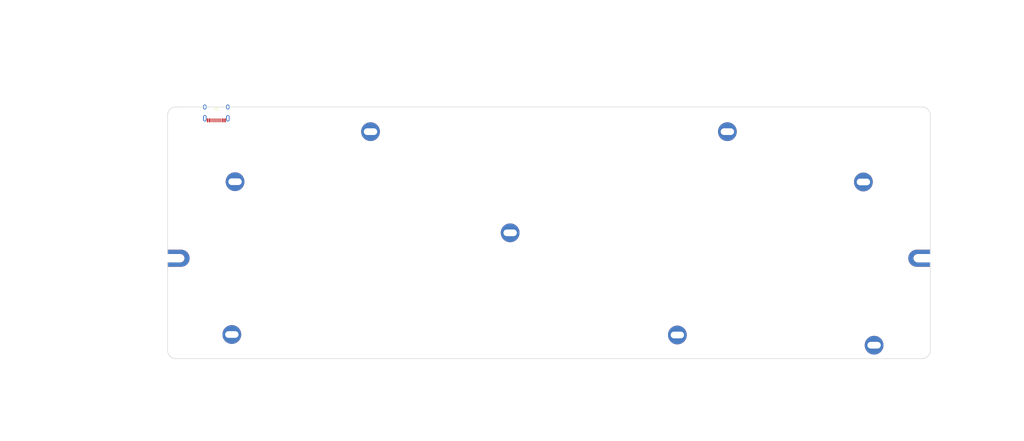
<source format=kicad_pcb>
(kicad_pcb (version 20171130) (host pcbnew 5.1.2)

  (general
    (thickness 1.6)
    (drawings 34)
    (tracks 0)
    (zones 0)
    (modules 11)
    (nets 9)
  )

  (page A3)
  (title_block
    (title ArcticPCB)
    (date 2019-03-15)
    (rev 0.1.1)
    (comment 1 "Designed by Gondolindrim")
    (comment 2 "Project page: http://github.com/Gondolindrim/KeebsPCB")
  )

  (layers
    (0 F.Cu signal)
    (31 B.Cu signal)
    (32 B.Adhes user)
    (33 F.Adhes user)
    (34 B.Paste user)
    (35 F.Paste user)
    (36 B.SilkS user)
    (37 F.SilkS user)
    (38 B.Mask user)
    (39 F.Mask user)
    (40 Dwgs.User user)
    (41 Cmts.User user)
    (42 Eco1.User user)
    (43 Eco2.User user)
    (44 Edge.Cuts user)
    (45 Margin user)
    (46 B.CrtYd user)
    (47 F.CrtYd user)
    (48 B.Fab user)
    (49 F.Fab user)
  )

  (setup
    (last_trace_width 0.25)
    (trace_clearance 0.2)
    (zone_clearance 0.508)
    (zone_45_only no)
    (trace_min 0.2)
    (via_size 0.8)
    (via_drill 0.4)
    (via_min_size 0.4)
    (via_min_drill 0.3)
    (uvia_size 0.3)
    (uvia_drill 0.1)
    (uvias_allowed no)
    (uvia_min_size 0.2)
    (uvia_min_drill 0.1)
    (edge_width 0.2)
    (segment_width 0.2)
    (pcb_text_width 0.3)
    (pcb_text_size 1.5 1.5)
    (mod_edge_width 0.15)
    (mod_text_size 1 1)
    (mod_text_width 0.15)
    (pad_size 7 7)
    (pad_drill 5)
    (pad_to_mask_clearance 0.051)
    (solder_mask_min_width 0.25)
    (aux_axis_origin 0 0)
    (grid_origin 9.15 9.2)
    (visible_elements FFFFFF7F)
    (pcbplotparams
      (layerselection 0x010fc_ffffffff)
      (usegerberextensions false)
      (usegerberattributes false)
      (usegerberadvancedattributes false)
      (creategerberjobfile false)
      (excludeedgelayer true)
      (linewidth 0.254000)
      (plotframeref false)
      (viasonmask false)
      (mode 1)
      (useauxorigin false)
      (hpglpennumber 1)
      (hpglpenspeed 20)
      (hpglpendiameter 15.000000)
      (psnegative false)
      (psa4output false)
      (plotreference true)
      (plotvalue true)
      (plotinvisibletext false)
      (padsonsilk false)
      (subtractmaskfromsilk false)
      (outputformat 1)
      (mirror false)
      (drillshape 1)
      (scaleselection 1)
      (outputdirectory ""))
  )

  (net 0 "")
  (net 1 GND)
  (net 2 /SHIELD)
  (net 3 VBUS)
  (net 4 "Net-(J1-PadB8)")
  (net 5 "Net-(J1-PadA5)")
  (net 6 DBus+)
  (net 7 DBus-)
  (net 8 "Net-(J1-PadA8)")

  (net_class Default "This is the default net class."
    (clearance 0.2)
    (trace_width 0.25)
    (via_dia 0.8)
    (via_drill 0.4)
    (uvia_dia 0.3)
    (uvia_drill 0.1)
    (add_net /SHIELD)
    (add_net DBus+)
    (add_net DBus-)
    (add_net GND)
    (add_net "Net-(J1-PadA5)")
    (add_net "Net-(J1-PadA8)")
    (add_net "Net-(J1-PadB8)")
    (add_net VBUS)
  )

  (module acheron_MountingHoles:MoutingHole_Oval_7mm_5.0x2.5mm (layer F.Cu) (tedit 5C8BE7C7) (tstamp 5D42DB09)
    (at 75.82528 9.2)
    (path /5DAAFD33)
    (attr virtual)
    (fp_text reference H10 (at 0.1753 5.7861) (layer F.SilkS) hide
      (effects (font (size 1.524 1.524) (thickness 0.3048)))
    )
    (fp_text value "Oval Mounting Hole" (at 0.17526 -4.9022) (layer F.SilkS) hide
      (effects (font (size 1.524 1.524) (thickness 0.3048)))
    )
    (pad 1 thru_hole circle (at 0 0) (size 7 7) (drill oval 5 2.5) (layers *.Cu *.Mask))
    (model cherry_mx1.wrl
      (at (xyz 0 0 0))
      (scale (xyz 1 1 1))
      (rotate (xyz 0 0 0))
    )
  )

  (module acheron_MountingHoles:MoutingHole_Oval_7mm_5.0x2.5mm (layer F.Cu) (tedit 5C8BE7C7) (tstamp 5D41407B)
    (at 25.2 27.9)
    (path /5D878CA4)
    (attr virtual)
    (fp_text reference H2 (at 0.1753 5.7861) (layer F.SilkS) hide
      (effects (font (size 1.524 1.524) (thickness 0.3048)))
    )
    (fp_text value "Mounting Hole" (at 0.17526 -4.9022) (layer F.SilkS) hide
      (effects (font (size 1.524 1.524) (thickness 0.3048)))
    )
    (pad 1 thru_hole circle (at 0 0) (size 7 7) (drill oval 5 2.5) (layers *.Cu *.Mask))
    (model cherry_mx1.wrl
      (at (xyz 0 0 0))
      (scale (xyz 1 1 1))
      (rotate (xyz 0 0 0))
    )
  )

  (module acheron_MountingHoles:MoutingHole_Oval_7mm_5.0x2.5mm (layer F.Cu) (tedit 5D4098C8) (tstamp 5D42A7F3)
    (at 256.80104 80.6378)
    (path /5DAA64A9)
    (attr virtual)
    (fp_text reference H9 (at 0.1753 5.7861) (layer F.SilkS) hide
      (effects (font (size 1.524 1.524) (thickness 0.3048)))
    )
    (fp_text value "Oval Mounting Hole" (at 0.17526 -4.9022) (layer F.SilkS) hide
      (effects (font (size 1.524 1.524) (thickness 0.3048)))
    )
    (pad 1 thru_hole circle (at 7.19896 8.3622) (size 7 7) (drill oval 5 2.5) (layers *.Cu *.Mask))
    (model cherry_mx1.wrl
      (at (xyz 0 0 0))
      (scale (xyz 1 1 1))
      (rotate (xyz 0 0 0))
    )
  )

  (module acheron_MountingHoles:MoutingHole_Oval_7mm_5.0x2.5mm (layer F.Cu) (tedit 5C8BE7C7) (tstamp 5D42752D)
    (at 209.17584 9.2)
    (path /5DA9F0A2)
    (attr virtual)
    (fp_text reference H8 (at 0.1753 5.7861) (layer F.SilkS) hide
      (effects (font (size 1.524 1.524) (thickness 0.3048)))
    )
    (fp_text value "Oval Mounting Hole" (at 0.17526 -4.9022) (layer F.SilkS) hide
      (effects (font (size 1.524 1.524) (thickness 0.3048)))
    )
    (pad 1 thru_hole circle (at 0 0) (size 7 7) (drill oval 5 2.5) (layers *.Cu *.Mask))
    (model cherry_mx1.wrl
      (at (xyz 0 0 0))
      (scale (xyz 1 1 1))
      (rotate (xyz 0 0 0))
    )
  )

  (module acheron_MountingHoles:MoutingHole_Oval_7mm_5.0x2.5mm (layer F.Cu) (tedit 5D409826) (tstamp 5D42422B)
    (at 34.15323 81.82843)
    (path /5DA88366)
    (attr virtual)
    (fp_text reference H7 (at 0.1753 5.7861) (layer F.SilkS) hide
      (effects (font (size 1.524 1.524) (thickness 0.3048)))
    )
    (fp_text value "Oval Mounting Hole" (at 0.17526 -4.9022) (layer F.SilkS) hide
      (effects (font (size 1.524 1.524) (thickness 0.3048)))
    )
    (pad 1 thru_hole circle (at -10.15323 3.17157) (size 7 7) (drill oval 5 2.5) (layers *.Cu *.Mask))
    (model cherry_mx1.wrl
      (at (xyz 0 0 0))
      (scale (xyz 1 1 1))
      (rotate (xyz 0 0 0))
    )
  )

  (module acheron_Connectors:TYPE-C-31-M-12 (layer F.Cu) (tedit 5D24FFDD) (tstamp 5D41F56B)
    (at 18.2 5.7 180)
    (path /5D5405DA)
    (fp_text reference J1 (at 0 5) (layer F.SilkS)
      (effects (font (size 1 1) (thickness 0.15)))
    )
    (fp_text value TYPE-C-31-M12_13 (at 0 -3.429) (layer F.Fab)
      (effects (font (size 1 1) (thickness 0.15)))
    )
    (fp_line (start 3.7 6.8) (end 5 5.5) (layer F.Fab) (width 0.05))
    (fp_line (start 2.7 6.8) (end 5 4.5) (layer F.Fab) (width 0.05))
    (fp_line (start 1.7 6.8) (end 5 3.5) (layer F.Fab) (width 0.05))
    (fp_line (start 0.7 6.8) (end 5 2.5) (layer F.Fab) (width 0.05))
    (fp_line (start -0.3 6.8) (end 2.1 4.5) (layer F.Fab) (width 0.05))
    (fp_line (start 3.1 3.4) (end 5 1.5) (layer F.Fab) (width 0.05))
    (fp_line (start 2.1 3.4) (end 4.1 1.4) (layer F.Fab) (width 0.05))
    (fp_line (start -1.3 6.8) (end 1.1 4.5) (layer F.Fab) (width 0.05))
    (fp_line (start -2.3 6.8) (end 0.1 4.5) (layer F.Fab) (width 0.05))
    (fp_line (start 1.1 3.4) (end 3.1 1.4) (layer F.Fab) (width 0.05))
    (fp_line (start 0.1 3.4) (end 2.1 1.4) (layer F.Fab) (width 0.05))
    (fp_line (start -3.3 6.8) (end -0.9 4.5) (layer F.Fab) (width 0.05))
    (fp_line (start -5 6.5) (end -2.9 4.5) (layer F.Fab) (width 0.05))
    (fp_line (start -1.9 3.4) (end 0.1 1.4) (layer F.Fab) (width 0.05))
    (fp_line (start -0.9 3.4) (end 1.1 1.4) (layer F.Fab) (width 0.05))
    (fp_line (start -5 2.5) (end -3.9 1.4) (layer F.Fab) (width 0.05))
    (fp_line (start -5 3.5) (end -2.9 1.4) (layer F.Fab) (width 0.05))
    (fp_line (start -4.3 6.8) (end -1.9 4.5) (layer F.Fab) (width 0.05))
    (fp_line (start -5 4.5) (end -1.9 1.4) (layer F.Fab) (width 0.05))
    (fp_line (start -5 5.5) (end -0.9 1.4) (layer F.Fab) (width 0.05))
    (fp_line (start 5 1.4) (end -5 1.4) (layer F.Fab) (width 0.12))
    (fp_line (start 5 6.8) (end 5 1.4) (layer F.Fab) (width 0.12))
    (fp_line (start -5 6.8) (end 5 6.8) (layer F.Fab) (width 0.12))
    (fp_line (start -5 1.4) (end -5 6.8) (layer F.Fab) (width 0.12))
    (fp_text user "KEEPOUT ZONE" (at 0 4) (layer F.Fab)
      (effects (font (size 0.5 0.5) (thickness 0.125)))
    )
    (fp_line (start 4.8 8.42) (end -4.8 8.42) (layer Cmts.User) (width 0.15))
    (pad S smd oval (at -4.3 5.7 180) (size 1.3 1.9) (layers B.Cu B.Mask)
      (net 2 /SHIELD))
    (pad S smd oval (at 4.3 5.7 180) (size 1.3 1.9) (layers B.Cu B.Mask)
      (net 2 /SHIELD))
    (pad S smd oval (at -4.3 1.5 180) (size 1.3 2.4) (layers B.Cu B.Mask)
      (net 2 /SHIELD))
    (pad S smd oval (at 4.3 1.5 180) (size 1.3 2.4) (layers B.Cu B.Mask)
      (net 2 /SHIELD))
    (pad S thru_hole oval (at 4.3 1.5 180) (size 1 2.1) (drill oval 0.6 1.7) (layers *.Cu *.Mask)
      (net 2 /SHIELD))
    (pad S thru_hole oval (at 4.3 5.7 180) (size 1 1.6) (drill oval 0.6 1.2) (layers *.Cu *.Mask)
      (net 2 /SHIELD))
    (pad "" np_thru_hole circle (at 2.89 2.051 180) (size 0.65 0.65) (drill 0.65) (layers *.Cu *.Mask))
    (pad "" np_thru_hole circle (at -2.89 2.051 180) (size 0.65 0.65) (drill 0.65) (layers *.Cu *.Mask))
    (pad S thru_hole oval (at -4.3 5.7 180) (size 1 1.6) (drill oval 0.6 1.2) (layers *.Cu *.Mask)
      (net 2 /SHIELD))
    (pad A1 smd roundrect (at -3.25 1.275 180) (size 0.6 1.45) (drill (offset 0 -0.55)) (layers F.Cu F.Paste F.Mask) (roundrect_rratio 0.25)
      (net 1 GND))
    (pad B8 smd roundrect (at -1.75 1.275 180) (size 0.3 1.45) (drill (offset 0 -0.55)) (layers F.Cu F.Paste F.Mask) (roundrect_rratio 0.25)
      (net 4 "Net-(J1-PadB8)"))
    (pad A5 smd roundrect (at -1.25 1.275 180) (size 0.3 1.45) (drill (offset 0 -0.55)) (layers F.Cu F.Paste F.Mask) (roundrect_rratio 0.25)
      (net 5 "Net-(J1-PadA5)"))
    (pad B7 smd roundrect (at -0.75 1.275 180) (size 0.3 1.45) (drill (offset 0 -0.55)) (layers F.Cu F.Paste F.Mask) (roundrect_rratio 0.25)
      (net 6 DBus+))
    (pad A6 smd roundrect (at -0.254 1.275 180) (size 0.3 1.45) (drill (offset 0 -0.55)) (layers F.Cu F.Paste F.Mask) (roundrect_rratio 0.25)
      (net 7 DBus-))
    (pad B5 smd roundrect (at 1.75 1.275 180) (size 0.3 1.45) (drill (offset 0 -0.55)) (layers F.Cu F.Paste F.Mask) (roundrect_rratio 0.25)
      (net 5 "Net-(J1-PadA5)"))
    (pad A8 smd roundrect (at 1.25 1.275 180) (size 0.3 1.45) (drill (offset 0 -0.55)) (layers F.Cu F.Paste F.Mask) (roundrect_rratio 0.25)
      (net 8 "Net-(J1-PadA8)"))
    (pad B6 smd roundrect (at 0.75 1.275 180) (size 0.3 1.45) (drill (offset 0 -0.55)) (layers F.Cu F.Paste F.Mask) (roundrect_rratio 0.25)
      (net 7 DBus-))
    (pad A7 smd roundrect (at 0.25 1.275 180) (size 0.3 1.45) (drill (offset 0 -0.55)) (layers F.Cu F.Paste F.Mask) (roundrect_rratio 0.25)
      (net 6 DBus+))
    (pad S thru_hole oval (at -4.3 1.5 180) (size 1 2.1) (drill oval 0.6 1.7) (layers *.Cu *.Mask)
      (net 2 /SHIELD))
    (pad A4 smd roundrect (at -2.45 1.275 180) (size 0.6 1.45) (drill (offset 0 -0.55)) (layers F.Cu F.Paste F.Mask) (roundrect_rratio 0.25)
      (net 3 VBUS))
    (pad B1 smd roundrect (at 3.25 1.275 180) (size 0.6 1.45) (drill (offset 0 -0.55)) (layers F.Cu F.Paste F.Mask) (roundrect_rratio 0.25)
      (net 1 GND))
    (pad B4 smd roundrect (at 2.45 1.275 180) (size 0.6 1.45) (drill (offset 0 -0.55)) (layers F.Cu F.Paste F.Mask) (roundrect_rratio 0.25)
      (net 3 VBUS))
    (model ":Acheron 3D models:TYPE-C-31-M-12.step"
      (offset (xyz -4.46 -8.25 0))
      (scale (xyz 1 1 1))
      (rotate (xyz -90 0 0))
    )
  )

  (module acheron_MountingHoles:halfSideHole (layer F.Cu) (tedit 5CF84C92) (tstamp 5D414093)
    (at 285 56.5 180)
    (path /5D9357B9)
    (fp_text reference H6 (at 3 -5) (layer Edge.Cuts) hide
      (effects (font (size 1.524 1.524) (thickness 0.3)))
    )
    (fp_text value "Half Side Hole " (at 3 5) (layer Edge.Cuts) hide
      (effects (font (size 1.524 1.524) (thickness 0.3)))
    )
    (fp_line (start 0 -4) (end 0 4) (layer Cmts.User) (width 0.1))
    (fp_line (start 0 1.5) (end 4.7 1.5) (layer Edge.Cuts) (width 0.01))
    (fp_line (start 4.75 -1.5) (end 0 -1.5) (layer Edge.Cuts) (width 0.01))
    (fp_arc (start 4.7 0) (end 4.7 1.5) (angle -178.0908565) (layer Edge.Cuts) (width 0.01))
    (pad 1 thru_hole custom (at 7.25 0 180) (size 1.524 1.524) (drill 0.001) (layers *.Cu *.Mask)
      (zone_connect 0)
      (options (clearance outline) (anchor circle))
      (primitives
        (gr_poly (pts
           (xy -4.718218 -3.177522) (xy -4.614065 -3.177521) (xy -4.511859 -3.177518) (xy -4.411614 -3.177515) (xy -4.313344 -3.17751)
           (xy -4.21706 -3.177503) (xy -4.122777 -3.177496) (xy -4.030507 -3.177487) (xy -3.940263 -3.177477) (xy -3.85206 -3.177466)
           (xy -3.765909 -3.177453) (xy -3.681824 -3.17744) (xy -3.599818 -3.177425) (xy -3.519905 -3.177409) (xy -3.442096 -3.177392)
           (xy -3.366407 -3.177374) (xy -3.292849 -3.177354) (xy -3.221436 -3.177334) (xy -3.15218 -3.177312) (xy -3.085096 -3.177289)
           (xy -3.020196 -3.177265) (xy -2.957494 -3.17724) (xy -2.897002 -3.177214) (xy -2.838734 -3.177186) (xy -2.782702 -3.177158)
           (xy -2.72892 -3.177128) (xy -2.677402 -3.177098) (xy -2.628159 -3.177066) (xy -2.581206 -3.177033) (xy -2.536556 -3.176999)
           (xy -2.494221 -3.176964) (xy -2.454214 -3.176928) (xy -2.41655 -3.176891) (xy -2.381241 -3.176853) (xy -2.348299 -3.176814)
           (xy -2.31774 -3.176774) (xy -2.289574 -3.176732) (xy -2.263816 -3.17669) (xy -2.240479 -3.176647) (xy -2.219576 -3.176602)
           (xy -2.20112 -3.176557) (xy -2.185124 -3.176511) (xy -2.171601 -3.176464) (xy -2.160565 -3.176415) (xy -2.152028 -3.176366)
           (xy -2.146004 -3.176316) (xy -2.142506 -3.176265) (xy -2.14234 -3.176261) (xy -2.084178 -3.174348) (xy -2.027866 -3.171594)
           (xy -1.972843 -3.167952) (xy -1.918546 -3.163376) (xy -1.864413 -3.157817) (xy -1.809883 -3.151231) (xy -1.76007 -3.144395)
           (xy -1.671584 -3.13032) (xy -1.583722 -3.113797) (xy -1.49653 -3.094849) (xy -1.410055 -3.0735) (xy -1.324344 -3.049774)
           (xy -1.239442 -3.023694) (xy -1.155397 -2.995283) (xy -1.072255 -2.964564) (xy -0.990062 -2.931562) (xy -0.908865 -2.8963)
           (xy -0.82871 -2.8588) (xy -0.749644 -2.819087) (xy -0.671713 -2.777183) (xy -0.594964 -2.733113) (xy -0.519442 -2.6869)
           (xy -0.445195 -2.638567) (xy -0.37227 -2.588137) (xy -0.300711 -2.535635) (xy -0.230567 -2.481083) (xy -0.161882 -2.424505)
           (xy -0.094705 -2.365925) (xy -0.029081 -2.305365) (xy 0.034943 -2.242849) (xy 0.04272 -2.235011) (xy 0.105418 -2.169813)
           (xy 0.166059 -2.103127) (xy 0.224633 -2.034971) (xy 0.281128 -1.965361) (xy 0.335533 -1.894315) (xy 0.387836 -1.82185)
           (xy 0.438027 -1.747983) (xy 0.486093 -1.672733) (xy 0.532024 -1.596115) (xy 0.575809 -1.518148) (xy 0.617435 -1.438848)
           (xy 0.656892 -1.358233) (xy 0.694168 -1.27632) (xy 0.729253 -1.193127) (xy 0.737396 -1.172845) (xy 0.769419 -1.088884)
           (xy 0.799008 -1.004202) (xy 0.826157 -0.918831) (xy 0.850858 -0.832802) (xy 0.873104 -0.746147) (xy 0.892888 -0.658897)
           (xy 0.910203 -0.571084) (xy 0.925041 -0.482738) (xy 0.937396 -0.393892) (xy 0.94726 -0.304575) (xy 0.953843 -0.22606)
           (xy 0.957902 -0.158258) (xy 0.960513 -0.089028) (xy 0.961671 -0.019036) (xy 0.961367 0.051054) (xy 0.959597 0.120578)
           (xy 0.957691 0.164465) (xy 0.951982 0.252224) (xy 0.943757 0.340013) (xy 0.933038 0.42773) (xy 0.919847 0.515272)
           (xy 0.904203 0.602538) (xy 0.886129 0.689424) (xy 0.865645 0.77583) (xy 0.842773 0.861652) (xy 0.817534 0.946789)
           (xy 0.789949 1.031138) (xy 0.76129 1.11125) (xy 0.728867 1.194539) (xy 0.694146 1.276776) (xy 0.657159 1.357914)
           (xy 0.617942 1.437907) (xy 0.576528 1.516708) (xy 0.532951 1.59427) (xy 0.487243 1.670546) (xy 0.439441 1.745491)
           (xy 0.389576 1.819056) (xy 0.337684 1.891196) (xy 0.283797 1.961864) (xy 0.227949 2.031012) (xy 0.170175 2.098595)
           (xy 0.110508 2.164566) (xy 0.048983 2.228878) (xy -0.014369 2.291484) (xy -0.079511 2.352337) (xy -0.146411 2.411391)
           (xy -0.215035 2.4686) (xy -0.230254 2.480848) (xy -0.301198 2.535967) (xy -0.373499 2.588951) (xy -0.447111 2.63978)
           (xy -0.521988 2.688437) (xy -0.598086 2.734903) (xy -0.675358 2.779161) (xy -0.753758 2.821192) (xy -0.833242 2.860977)
           (xy -0.913763 2.8985) (xy -0.995276 2.933741) (xy -1.077736 2.966683) (xy -1.161097 2.997307) (xy -1.245313 3.025595)
           (xy -1.330338 3.051529) (xy -1.416128 3.07509) (xy -1.502636 3.096262) (xy -1.589818 3.115025) (xy -1.677626 3.131361)
           (xy -1.766017 3.145252) (xy -1.854943 3.15668) (xy -1.944361 3.165627) (xy -1.9493 3.166048) (xy -1.97842 3.168376)
           (xy -2.006903 3.170384) (xy -2.035329 3.172101) (xy -2.064274 3.173559) (xy -2.094317 3.174788) (xy -2.126034 3.175818)
           (xy -2.14234 3.17626) (xy -2.145642 3.176311) (xy -2.151471 3.176361) (xy -2.159813 3.17641) (xy -2.170657 3.176459)
           (xy -2.183987 3.176506) (xy -2.199792 3.176553) (xy -2.218058 3.176598) (xy -2.238772 3.176642) (xy -2.26192 3.176686)
           (xy -2.287491 3.176728) (xy -2.31547 3.176769) (xy -2.345845 3.17681) (xy -2.378602 3.176849) (xy -2.413728 3.176887)
           (xy -2.45121 3.176924) (xy -2.491035 3.17696) (xy -2.53319 3.176995) (xy -2.577662 3.177029) (xy -2.624437 3.177062)
           (xy -2.673502 3.177094) (xy -2.724845 3.177125) (xy -2.778452 3.177155) (xy -2.834309 3.177183) (xy -2.892405 3.177211)
           (xy -2.952725 3.177237) (xy -3.015256 3.177262) (xy -3.079986 3.177286) (xy -3.146902 3.177309) (xy -3.215989 3.177331)
           (xy -3.287235 3.177352) (xy -3.360627 3.177371) (xy -3.436152 3.17739) (xy -3.513797 3.177407) (xy -3.593547 3.177423)
           (xy -3.675391 3.177438) (xy -3.759316 3.177451) (xy -3.845307 3.177464) (xy -3.933352 3.177475) (xy -4.023437 3.177485)
           (xy -4.115551 3.177494) (xy -4.209678 3.177502) (xy -4.305807 3.177508) (xy -4.403925 3.177513) (xy -4.504017 3.177517)
           (xy -4.606071 3.17752) (xy -4.710074 3.177521) (xy -4.718218 3.177521) (xy -7.2452 3.17754) (xy -7.2452 1.5875)
           (xy -4.866173 1.587482) (xy -4.765981 1.587481) (xy -4.667714 1.587478) (xy -4.571387 1.587474) (xy -4.477011 1.587469)
           (xy -4.384603 1.587462) (xy -4.294176 1.587454) (xy -4.205743 1.587445) (xy -4.11932 1.587435) (xy -4.034919 1.587423)
           (xy -3.952555 1.58741) (xy -3.872241 1.587396) (xy -3.793993 1.587381) (xy -3.717823 1.587364) (xy -3.643746 1.587346)
           (xy -3.571776 1.587327) (xy -3.501927 1.587307) (xy -3.434212 1.587286) (xy -3.368646 1.587263) (xy -3.305243 1.58724)
           (xy -3.244017 1.587215) (xy -3.184981 1.587189) (xy -3.12815 1.587161) (xy -3.073537 1.587133) (xy -3.021158 1.587103)
           (xy -2.971025 1.587073) (xy -2.923152 1.587041) (xy -2.877554 1.587008) (xy -2.834245 1.586974) (xy -2.793239 1.586939)
           (xy -2.754549 1.586903) (xy -2.71819 1.586865) (xy -2.684175 1.586827) (xy -2.652519 1.586788) (xy -2.623236 1.586747)
           (xy -2.596339 1.586705) (xy -2.571843 1.586663) (xy -2.549761 1.586619) (xy -2.530108 1.586574) (xy -2.512897 1.586528)
           (xy -2.498143 1.586482) (xy -2.48586 1.586434) (xy -2.47606 1.586385) (xy -2.46876 1.586335) (xy -2.463972 1.586284)
           (xy -2.461745 1.586234) (xy -2.397222 1.581909) (xy -2.333623 1.575224) (xy -2.270909 1.566169) (xy -2.209038 1.554732)
           (xy -2.147972 1.540903) (xy -2.087671 1.524673) (xy -2.028094 1.50603) (xy -1.969202 1.484964) (xy -1.910954 1.461466)
           (xy -1.853312 1.435523) (xy -1.81849 1.418525) (xy -1.763604 1.389638) (xy -1.710383 1.358981) (xy -1.658659 1.326438)
           (xy -1.608264 1.291896) (xy -1.559032 1.255239) (xy -1.510795 1.216354) (xy -1.4667 1.178108) (xy -1.460057 1.172014)
           (xy -1.451966 1.164373) (xy -1.442717 1.155478) (xy -1.432604 1.14562) (xy -1.421918 1.135092) (xy -1.410952 1.124186)
           (xy -1.399997 1.113195) (xy -1.389346 1.102409) (xy -1.379291 1.092123) (xy -1.370124 1.082626) (xy -1.362137 1.074213)
           (xy -1.355622 1.067174) (xy -1.354137 1.06553) (xy -1.313994 1.01919) (xy -1.276231 0.972347) (xy -1.240706 0.924791)
           (xy -1.207276 0.876313) (xy -1.175798 0.826703) (xy -1.146131 0.775753) (xy -1.11813 0.723252) (xy -1.109829 0.706755)
           (xy -1.082481 0.648854) (xy -1.057577 0.590271) (xy -1.035119 0.531018) (xy -1.015111 0.471108) (xy -0.997557 0.410554)
           (xy -0.982461 0.349368) (xy -0.969826 0.287564) (xy -0.959658 0.225154) (xy -0.954358 0.18415) (xy -0.951831 0.161377)
           (xy -0.949722 0.140021) (xy -0.948003 0.119552) (xy -0.946644 0.099441) (xy -0.945616 0.07916) (xy -0.94489 0.058182)
           (xy -0.944436 0.035976) (xy -0.944226 0.012015) (xy -0.944204 0) (xy -0.944309 -0.024969) (xy -0.944644 -0.047933)
           (xy -0.945239 -0.069423) (xy -0.946121 -0.089965) (xy -0.947321 -0.11009) (xy -0.948868 -0.130325) (xy -0.95079 -0.151199)
           (xy -0.953117 -0.17324) (xy -0.954358 -0.18415) (xy -0.962882 -0.246596) (xy -0.973892 -0.308596) (xy -0.98736 -0.370076)
           (xy -1.003259 -0.430959) (xy -1.021563 -0.49117) (xy -1.042243 -0.550632) (xy -1.065272 -0.60927) (xy -1.090624 -0.667008)
           (xy -1.118271 -0.723771) (xy -1.148185 -0.779482) (xy -1.180339 -0.834065) (xy -1.19835 -0.86262) (xy -1.227023 -0.905442)
           (xy -1.257231 -0.94742) (xy -1.289226 -0.988883) (xy -1.323261 -1.030161) (xy -1.353573 -1.064889) (xy -1.359725 -1.071613)
           (xy -1.367429 -1.079789) (xy -1.376392 -1.089125) (xy -1.386322 -1.099326) (xy -1.396926 -1.110101) (xy -1.40791 -1.121155)
           (xy -1.418981 -1.132196) (xy -1.429848 -1.14293) (xy -1.440216 -1.153065) (xy -1.449793 -1.162307) (xy -1.458286 -1.170362)
           (xy -1.465402 -1.176938) (xy -1.4667 -1.178109) (xy -1.515478 -1.220207) (xy -1.565555 -1.260134) (xy -1.616898 -1.297872)
           (xy -1.669473 -1.333404) (xy -1.723244 -1.366714) (xy -1.778179 -1.397784) (xy -1.834242 -1.426596) (xy -1.8914 -1.453135)
           (xy -1.949618 -1.477382) (xy -2.008862 -1.499321) (xy -2.069099 -1.518935) (xy -2.130293 -1.536206) (xy -2.19241 -1.551117)
           (xy -2.2266 -1.558236) (xy -2.276103 -1.567145) (xy -2.326191 -1.574444) (xy -2.377286 -1.580186) (xy -2.429809 -1.584419)
           (xy -2.461745 -1.586235) (xy -2.464093 -1.586287) (xy -2.468967 -1.586338) (xy -2.476352 -1.586388) (xy -2.486236 -1.586436)
           (xy -2.498604 -1.586484) (xy -2.513441 -1.586531) (xy -2.530735 -1.586577) (xy -2.550471 -1.586622) (xy -2.572635 -1.586665)
           (xy -2.597213 -1.586708) (xy -2.624191 -1.586749) (xy -2.653555 -1.58679) (xy -2.685292 -1.586829) (xy -2.719386 -1.586868)
           (xy -2.755825 -1.586905) (xy -2.794593 -1.586941) (xy -2.835678 -1.586976) (xy -2.879065 -1.58701) (xy -2.924741 -1.587043)
           (xy -2.97269 -1.587075) (xy -3.022899 -1.587106) (xy -3.075355 -1.587135) (xy -3.130043 -1.587163) (xy -3.186949 -1.587191)
           (xy -3.24606 -1.587217) (xy -3.30736 -1.587241) (xy -3.370837 -1.587265) (xy -3.436476 -1.587288) (xy -3.504264 -1.587309)
           (xy -3.574185 -1.587329) (xy -3.646227 -1.587348) (xy -3.720376 -1.587366) (xy -3.796616 -1.587382) (xy -3.874935 -1.587398)
           (xy -3.955318 -1.587412) (xy -4.037751 -1.587424) (xy -4.122221 -1.587436) (xy -4.208713 -1.587446) (xy -4.297214 -1.587455)
           (xy -4.387709 -1.587463) (xy -4.480184 -1.58747) (xy -4.574626 -1.587475) (xy -4.67102 -1.587479) (xy -4.769352 -1.587482)
           (xy -4.866173 -1.587483) (xy -7.2452 -1.5875) (xy -7.2452 -3.17754) (xy -4.718218 -3.177522)) (width 0.01))
      ))
  )

  (module acheron_MountingHoles:MoutingHole_Oval_7mm_5.0x2.5mm (layer F.Cu) (tedit 5C8BE7C7) (tstamp 5D41408A)
    (at 260 28)
    (path /5D886A2F)
    (attr virtual)
    (fp_text reference H5 (at 0.1753 5.7861) (layer F.SilkS) hide
      (effects (font (size 1.524 1.524) (thickness 0.3048)))
    )
    (fp_text value "Oval Mounting Hole" (at 0.17526 -4.9022) (layer F.SilkS) hide
      (effects (font (size 1.524 1.524) (thickness 0.3048)))
    )
    (pad 1 thru_hole circle (at 0 0) (size 7 7) (drill oval 5 2.5) (layers *.Cu *.Mask))
    (model cherry_mx1.wrl
      (at (xyz 0 0 0))
      (scale (xyz 1 1 1))
      (rotate (xyz 0 0 0))
    )
  )

  (module acheron_MountingHoles:MoutingHole_Oval_7mm_5.0x2.5mm (layer F.Cu) (tedit 5C8BE7C7) (tstamp 5D414085)
    (at 190.48 85.18)
    (path /5D8866EC)
    (attr virtual)
    (fp_text reference H4 (at 0.1753 5.7861) (layer F.SilkS) hide
      (effects (font (size 1.524 1.524) (thickness 0.3048)))
    )
    (fp_text value "Oval Mounting Hole" (at 0.17526 -4.9022) (layer F.SilkS) hide
      (effects (font (size 1.524 1.524) (thickness 0.3048)))
    )
    (pad 1 thru_hole circle (at 0 0) (size 7 7) (drill oval 5 2.5) (layers *.Cu *.Mask))
    (model cherry_mx1.wrl
      (at (xyz 0 0 0))
      (scale (xyz 1 1 1))
      (rotate (xyz 0 0 0))
    )
  )

  (module acheron_MountingHoles:MoutingHole_Oval_7mm_5.0x2.5mm (layer F.Cu) (tedit 5C8BE7C7) (tstamp 5D414080)
    (at 128 47)
    (path /5D8862CE)
    (attr virtual)
    (fp_text reference H3 (at 0.1753 5.7861) (layer F.SilkS) hide
      (effects (font (size 1.524 1.524) (thickness 0.3048)))
    )
    (fp_text value "Oval Mounting Hole" (at 0.17526 -4.9022) (layer F.SilkS) hide
      (effects (font (size 1.524 1.524) (thickness 0.3048)))
    )
    (pad 1 thru_hole circle (at 0 0) (size 7 7) (drill oval 5 2.5) (layers *.Cu *.Mask))
    (model cherry_mx1.wrl
      (at (xyz 0 0 0))
      (scale (xyz 1 1 1))
      (rotate (xyz 0 0 0))
    )
  )

  (module acheron_MountingHoles:halfSideHole (layer F.Cu) (tedit 5CF84C92) (tstamp 5D414076)
    (at 0 56.5)
    (path /5D878439)
    (fp_text reference H1 (at 3 -5) (layer Edge.Cuts) hide
      (effects (font (size 1.524 1.524) (thickness 0.3)))
    )
    (fp_text value "Half Side Hole " (at 3 5) (layer Edge.Cuts) hide
      (effects (font (size 1.524 1.524) (thickness 0.3)))
    )
    (fp_line (start 0 -4) (end 0 4) (layer Cmts.User) (width 0.1))
    (fp_line (start 0 1.5) (end 4.7 1.5) (layer Edge.Cuts) (width 0.01))
    (fp_line (start 4.75 -1.5) (end 0 -1.5) (layer Edge.Cuts) (width 0.01))
    (fp_arc (start 4.7 0) (end 4.7 1.5) (angle -178.0908565) (layer Edge.Cuts) (width 0.01))
    (pad 1 thru_hole custom (at 7.25 0) (size 1.524 1.524) (drill 0.001) (layers *.Cu *.Mask)
      (zone_connect 0)
      (options (clearance outline) (anchor circle))
      (primitives
        (gr_poly (pts
           (xy -4.718218 -3.177522) (xy -4.614065 -3.177521) (xy -4.511859 -3.177518) (xy -4.411614 -3.177515) (xy -4.313344 -3.17751)
           (xy -4.21706 -3.177503) (xy -4.122777 -3.177496) (xy -4.030507 -3.177487) (xy -3.940263 -3.177477) (xy -3.85206 -3.177466)
           (xy -3.765909 -3.177453) (xy -3.681824 -3.17744) (xy -3.599818 -3.177425) (xy -3.519905 -3.177409) (xy -3.442096 -3.177392)
           (xy -3.366407 -3.177374) (xy -3.292849 -3.177354) (xy -3.221436 -3.177334) (xy -3.15218 -3.177312) (xy -3.085096 -3.177289)
           (xy -3.020196 -3.177265) (xy -2.957494 -3.17724) (xy -2.897002 -3.177214) (xy -2.838734 -3.177186) (xy -2.782702 -3.177158)
           (xy -2.72892 -3.177128) (xy -2.677402 -3.177098) (xy -2.628159 -3.177066) (xy -2.581206 -3.177033) (xy -2.536556 -3.176999)
           (xy -2.494221 -3.176964) (xy -2.454214 -3.176928) (xy -2.41655 -3.176891) (xy -2.381241 -3.176853) (xy -2.348299 -3.176814)
           (xy -2.31774 -3.176774) (xy -2.289574 -3.176732) (xy -2.263816 -3.17669) (xy -2.240479 -3.176647) (xy -2.219576 -3.176602)
           (xy -2.20112 -3.176557) (xy -2.185124 -3.176511) (xy -2.171601 -3.176464) (xy -2.160565 -3.176415) (xy -2.152028 -3.176366)
           (xy -2.146004 -3.176316) (xy -2.142506 -3.176265) (xy -2.14234 -3.176261) (xy -2.084178 -3.174348) (xy -2.027866 -3.171594)
           (xy -1.972843 -3.167952) (xy -1.918546 -3.163376) (xy -1.864413 -3.157817) (xy -1.809883 -3.151231) (xy -1.76007 -3.144395)
           (xy -1.671584 -3.13032) (xy -1.583722 -3.113797) (xy -1.49653 -3.094849) (xy -1.410055 -3.0735) (xy -1.324344 -3.049774)
           (xy -1.239442 -3.023694) (xy -1.155397 -2.995283) (xy -1.072255 -2.964564) (xy -0.990062 -2.931562) (xy -0.908865 -2.8963)
           (xy -0.82871 -2.8588) (xy -0.749644 -2.819087) (xy -0.671713 -2.777183) (xy -0.594964 -2.733113) (xy -0.519442 -2.6869)
           (xy -0.445195 -2.638567) (xy -0.37227 -2.588137) (xy -0.300711 -2.535635) (xy -0.230567 -2.481083) (xy -0.161882 -2.424505)
           (xy -0.094705 -2.365925) (xy -0.029081 -2.305365) (xy 0.034943 -2.242849) (xy 0.04272 -2.235011) (xy 0.105418 -2.169813)
           (xy 0.166059 -2.103127) (xy 0.224633 -2.034971) (xy 0.281128 -1.965361) (xy 0.335533 -1.894315) (xy 0.387836 -1.82185)
           (xy 0.438027 -1.747983) (xy 0.486093 -1.672733) (xy 0.532024 -1.596115) (xy 0.575809 -1.518148) (xy 0.617435 -1.438848)
           (xy 0.656892 -1.358233) (xy 0.694168 -1.27632) (xy 0.729253 -1.193127) (xy 0.737396 -1.172845) (xy 0.769419 -1.088884)
           (xy 0.799008 -1.004202) (xy 0.826157 -0.918831) (xy 0.850858 -0.832802) (xy 0.873104 -0.746147) (xy 0.892888 -0.658897)
           (xy 0.910203 -0.571084) (xy 0.925041 -0.482738) (xy 0.937396 -0.393892) (xy 0.94726 -0.304575) (xy 0.953843 -0.22606)
           (xy 0.957902 -0.158258) (xy 0.960513 -0.089028) (xy 0.961671 -0.019036) (xy 0.961367 0.051054) (xy 0.959597 0.120578)
           (xy 0.957691 0.164465) (xy 0.951982 0.252224) (xy 0.943757 0.340013) (xy 0.933038 0.42773) (xy 0.919847 0.515272)
           (xy 0.904203 0.602538) (xy 0.886129 0.689424) (xy 0.865645 0.77583) (xy 0.842773 0.861652) (xy 0.817534 0.946789)
           (xy 0.789949 1.031138) (xy 0.76129 1.11125) (xy 0.728867 1.194539) (xy 0.694146 1.276776) (xy 0.657159 1.357914)
           (xy 0.617942 1.437907) (xy 0.576528 1.516708) (xy 0.532951 1.59427) (xy 0.487243 1.670546) (xy 0.439441 1.745491)
           (xy 0.389576 1.819056) (xy 0.337684 1.891196) (xy 0.283797 1.961864) (xy 0.227949 2.031012) (xy 0.170175 2.098595)
           (xy 0.110508 2.164566) (xy 0.048983 2.228878) (xy -0.014369 2.291484) (xy -0.079511 2.352337) (xy -0.146411 2.411391)
           (xy -0.215035 2.4686) (xy -0.230254 2.480848) (xy -0.301198 2.535967) (xy -0.373499 2.588951) (xy -0.447111 2.63978)
           (xy -0.521988 2.688437) (xy -0.598086 2.734903) (xy -0.675358 2.779161) (xy -0.753758 2.821192) (xy -0.833242 2.860977)
           (xy -0.913763 2.8985) (xy -0.995276 2.933741) (xy -1.077736 2.966683) (xy -1.161097 2.997307) (xy -1.245313 3.025595)
           (xy -1.330338 3.051529) (xy -1.416128 3.07509) (xy -1.502636 3.096262) (xy -1.589818 3.115025) (xy -1.677626 3.131361)
           (xy -1.766017 3.145252) (xy -1.854943 3.15668) (xy -1.944361 3.165627) (xy -1.9493 3.166048) (xy -1.97842 3.168376)
           (xy -2.006903 3.170384) (xy -2.035329 3.172101) (xy -2.064274 3.173559) (xy -2.094317 3.174788) (xy -2.126034 3.175818)
           (xy -2.14234 3.17626) (xy -2.145642 3.176311) (xy -2.151471 3.176361) (xy -2.159813 3.17641) (xy -2.170657 3.176459)
           (xy -2.183987 3.176506) (xy -2.199792 3.176553) (xy -2.218058 3.176598) (xy -2.238772 3.176642) (xy -2.26192 3.176686)
           (xy -2.287491 3.176728) (xy -2.31547 3.176769) (xy -2.345845 3.17681) (xy -2.378602 3.176849) (xy -2.413728 3.176887)
           (xy -2.45121 3.176924) (xy -2.491035 3.17696) (xy -2.53319 3.176995) (xy -2.577662 3.177029) (xy -2.624437 3.177062)
           (xy -2.673502 3.177094) (xy -2.724845 3.177125) (xy -2.778452 3.177155) (xy -2.834309 3.177183) (xy -2.892405 3.177211)
           (xy -2.952725 3.177237) (xy -3.015256 3.177262) (xy -3.079986 3.177286) (xy -3.146902 3.177309) (xy -3.215989 3.177331)
           (xy -3.287235 3.177352) (xy -3.360627 3.177371) (xy -3.436152 3.17739) (xy -3.513797 3.177407) (xy -3.593547 3.177423)
           (xy -3.675391 3.177438) (xy -3.759316 3.177451) (xy -3.845307 3.177464) (xy -3.933352 3.177475) (xy -4.023437 3.177485)
           (xy -4.115551 3.177494) (xy -4.209678 3.177502) (xy -4.305807 3.177508) (xy -4.403925 3.177513) (xy -4.504017 3.177517)
           (xy -4.606071 3.17752) (xy -4.710074 3.177521) (xy -4.718218 3.177521) (xy -7.2452 3.17754) (xy -7.2452 1.5875)
           (xy -4.866173 1.587482) (xy -4.765981 1.587481) (xy -4.667714 1.587478) (xy -4.571387 1.587474) (xy -4.477011 1.587469)
           (xy -4.384603 1.587462) (xy -4.294176 1.587454) (xy -4.205743 1.587445) (xy -4.11932 1.587435) (xy -4.034919 1.587423)
           (xy -3.952555 1.58741) (xy -3.872241 1.587396) (xy -3.793993 1.587381) (xy -3.717823 1.587364) (xy -3.643746 1.587346)
           (xy -3.571776 1.587327) (xy -3.501927 1.587307) (xy -3.434212 1.587286) (xy -3.368646 1.587263) (xy -3.305243 1.58724)
           (xy -3.244017 1.587215) (xy -3.184981 1.587189) (xy -3.12815 1.587161) (xy -3.073537 1.587133) (xy -3.021158 1.587103)
           (xy -2.971025 1.587073) (xy -2.923152 1.587041) (xy -2.877554 1.587008) (xy -2.834245 1.586974) (xy -2.793239 1.586939)
           (xy -2.754549 1.586903) (xy -2.71819 1.586865) (xy -2.684175 1.586827) (xy -2.652519 1.586788) (xy -2.623236 1.586747)
           (xy -2.596339 1.586705) (xy -2.571843 1.586663) (xy -2.549761 1.586619) (xy -2.530108 1.586574) (xy -2.512897 1.586528)
           (xy -2.498143 1.586482) (xy -2.48586 1.586434) (xy -2.47606 1.586385) (xy -2.46876 1.586335) (xy -2.463972 1.586284)
           (xy -2.461745 1.586234) (xy -2.397222 1.581909) (xy -2.333623 1.575224) (xy -2.270909 1.566169) (xy -2.209038 1.554732)
           (xy -2.147972 1.540903) (xy -2.087671 1.524673) (xy -2.028094 1.50603) (xy -1.969202 1.484964) (xy -1.910954 1.461466)
           (xy -1.853312 1.435523) (xy -1.81849 1.418525) (xy -1.763604 1.389638) (xy -1.710383 1.358981) (xy -1.658659 1.326438)
           (xy -1.608264 1.291896) (xy -1.559032 1.255239) (xy -1.510795 1.216354) (xy -1.4667 1.178108) (xy -1.460057 1.172014)
           (xy -1.451966 1.164373) (xy -1.442717 1.155478) (xy -1.432604 1.14562) (xy -1.421918 1.135092) (xy -1.410952 1.124186)
           (xy -1.399997 1.113195) (xy -1.389346 1.102409) (xy -1.379291 1.092123) (xy -1.370124 1.082626) (xy -1.362137 1.074213)
           (xy -1.355622 1.067174) (xy -1.354137 1.06553) (xy -1.313994 1.01919) (xy -1.276231 0.972347) (xy -1.240706 0.924791)
           (xy -1.207276 0.876313) (xy -1.175798 0.826703) (xy -1.146131 0.775753) (xy -1.11813 0.723252) (xy -1.109829 0.706755)
           (xy -1.082481 0.648854) (xy -1.057577 0.590271) (xy -1.035119 0.531018) (xy -1.015111 0.471108) (xy -0.997557 0.410554)
           (xy -0.982461 0.349368) (xy -0.969826 0.287564) (xy -0.959658 0.225154) (xy -0.954358 0.18415) (xy -0.951831 0.161377)
           (xy -0.949722 0.140021) (xy -0.948003 0.119552) (xy -0.946644 0.099441) (xy -0.945616 0.07916) (xy -0.94489 0.058182)
           (xy -0.944436 0.035976) (xy -0.944226 0.012015) (xy -0.944204 0) (xy -0.944309 -0.024969) (xy -0.944644 -0.047933)
           (xy -0.945239 -0.069423) (xy -0.946121 -0.089965) (xy -0.947321 -0.11009) (xy -0.948868 -0.130325) (xy -0.95079 -0.151199)
           (xy -0.953117 -0.17324) (xy -0.954358 -0.18415) (xy -0.962882 -0.246596) (xy -0.973892 -0.308596) (xy -0.98736 -0.370076)
           (xy -1.003259 -0.430959) (xy -1.021563 -0.49117) (xy -1.042243 -0.550632) (xy -1.065272 -0.60927) (xy -1.090624 -0.667008)
           (xy -1.118271 -0.723771) (xy -1.148185 -0.779482) (xy -1.180339 -0.834065) (xy -1.19835 -0.86262) (xy -1.227023 -0.905442)
           (xy -1.257231 -0.94742) (xy -1.289226 -0.988883) (xy -1.323261 -1.030161) (xy -1.353573 -1.064889) (xy -1.359725 -1.071613)
           (xy -1.367429 -1.079789) (xy -1.376392 -1.089125) (xy -1.386322 -1.099326) (xy -1.396926 -1.110101) (xy -1.40791 -1.121155)
           (xy -1.418981 -1.132196) (xy -1.429848 -1.14293) (xy -1.440216 -1.153065) (xy -1.449793 -1.162307) (xy -1.458286 -1.170362)
           (xy -1.465402 -1.176938) (xy -1.4667 -1.178109) (xy -1.515478 -1.220207) (xy -1.565555 -1.260134) (xy -1.616898 -1.297872)
           (xy -1.669473 -1.333404) (xy -1.723244 -1.366714) (xy -1.778179 -1.397784) (xy -1.834242 -1.426596) (xy -1.8914 -1.453135)
           (xy -1.949618 -1.477382) (xy -2.008862 -1.499321) (xy -2.069099 -1.518935) (xy -2.130293 -1.536206) (xy -2.19241 -1.551117)
           (xy -2.2266 -1.558236) (xy -2.276103 -1.567145) (xy -2.326191 -1.574444) (xy -2.377286 -1.580186) (xy -2.429809 -1.584419)
           (xy -2.461745 -1.586235) (xy -2.464093 -1.586287) (xy -2.468967 -1.586338) (xy -2.476352 -1.586388) (xy -2.486236 -1.586436)
           (xy -2.498604 -1.586484) (xy -2.513441 -1.586531) (xy -2.530735 -1.586577) (xy -2.550471 -1.586622) (xy -2.572635 -1.586665)
           (xy -2.597213 -1.586708) (xy -2.624191 -1.586749) (xy -2.653555 -1.58679) (xy -2.685292 -1.586829) (xy -2.719386 -1.586868)
           (xy -2.755825 -1.586905) (xy -2.794593 -1.586941) (xy -2.835678 -1.586976) (xy -2.879065 -1.58701) (xy -2.924741 -1.587043)
           (xy -2.97269 -1.587075) (xy -3.022899 -1.587106) (xy -3.075355 -1.587135) (xy -3.130043 -1.587163) (xy -3.186949 -1.587191)
           (xy -3.24606 -1.587217) (xy -3.30736 -1.587241) (xy -3.370837 -1.587265) (xy -3.436476 -1.587288) (xy -3.504264 -1.587309)
           (xy -3.574185 -1.587329) (xy -3.646227 -1.587348) (xy -3.720376 -1.587366) (xy -3.796616 -1.587382) (xy -3.874935 -1.587398)
           (xy -3.955318 -1.587412) (xy -4.037751 -1.587424) (xy -4.122221 -1.587436) (xy -4.208713 -1.587446) (xy -4.297214 -1.587455)
           (xy -4.387709 -1.587463) (xy -4.480184 -1.58747) (xy -4.574626 -1.587475) (xy -4.67102 -1.587479) (xy -4.769352 -1.587482)
           (xy -4.866173 -1.587483) (xy -7.2452 -1.5875) (xy -7.2452 -3.17754) (xy -4.718218 -3.177522)) (width 0.01))
      ))
  )

  (dimension 75.82528 (width 0.15) (layer Dwgs.User)
    (gr_text "75.825 mm" (at 37.91264 -39.3) (layer Dwgs.User)
      (effects (font (size 1 1) (thickness 0.15)))
    )
    (feature1 (pts (xy 0 9.2) (xy 0 -38.586421)))
    (feature2 (pts (xy 75.82528 9.2) (xy 75.82528 -38.586421)))
    (crossbar (pts (xy 75.82528 -38) (xy 0 -38)))
    (arrow1a (pts (xy 0 -38) (xy 1.126504 -38.586421)))
    (arrow1b (pts (xy 0 -38) (xy 1.126504 -37.413579)))
    (arrow2a (pts (xy 75.82528 -38) (xy 74.698776 -38.586421)))
    (arrow2b (pts (xy 75.82528 -38) (xy 74.698776 -37.413579)))
  )
  (dimension 9.2 (width 0.15) (layer Dwgs.User)
    (gr_text "9.200 mm" (at 83.8 4.6 90) (layer Dwgs.User)
      (effects (font (size 1 1) (thickness 0.15)))
    )
    (feature1 (pts (xy 75.82528 0) (xy 83.086421 0)))
    (feature2 (pts (xy 75.82528 9.2) (xy 83.086421 9.2)))
    (crossbar (pts (xy 82.5 9.2) (xy 82.5 0)))
    (arrow1a (pts (xy 82.5 0) (xy 83.086421 1.126504)))
    (arrow1b (pts (xy 82.5 0) (xy 81.913579 1.126504)))
    (arrow2a (pts (xy 82.5 9.2) (xy 83.086421 8.073496)))
    (arrow2b (pts (xy 82.5 9.2) (xy 81.913579 8.073496)))
  )
  (dimension 75.85 (width 0.15) (layer Dwgs.User)
    (gr_text "75.850 mm" (at 247.1 -19.625) (layer Dwgs.User)
      (effects (font (size 1 1) (thickness 0.15)))
    )
    (feature1 (pts (xy 285.025 9.2) (xy 285.025 -18.911421)))
    (feature2 (pts (xy 209.175 9.2) (xy 209.175 -18.911421)))
    (crossbar (pts (xy 209.175 -18.325) (xy 285.025 -18.325)))
    (arrow1a (pts (xy 285.025 -18.325) (xy 283.898496 -17.738579)))
    (arrow1b (pts (xy 285.025 -18.325) (xy 283.898496 -18.911421)))
    (arrow2a (pts (xy 209.175 -18.325) (xy 210.301504 -17.738579)))
    (arrow2b (pts (xy 209.175 -18.325) (xy 210.301504 -18.911421)))
  )
  (dimension 9.200299 (width 0.15) (layer Dwgs.User)
    (gr_text "9.200 mm" (at 196.851567 4.500357 89.5381562) (layer Dwgs.User)
      (effects (font (size 1 1) (thickness 0.15)))
    )
    (feature1 (pts (xy 209.25 0) (xy 197.602204 -0.093891)))
    (feature2 (pts (xy 209.17584 9.2) (xy 197.528044 9.106109)))
    (crossbar (pts (xy 198.114445 9.110836) (xy 198.188605 -0.089164)))
    (arrow1a (pts (xy 198.188605 -0.089164) (xy 198.765926 1.04203)))
    (arrow1b (pts (xy 198.188605 -0.089164) (xy 197.593123 1.032576)))
    (arrow2a (pts (xy 198.114445 9.110836) (xy 198.709927 7.989096)))
    (arrow2b (pts (xy 198.114445 9.110836) (xy 197.537124 7.979642)))
  )
  (dimension 5 (width 0.15) (layer Dwgs.User)
    (gr_text "5.000 mm" (at 290.43 91.5 90) (layer Dwgs.User)
      (effects (font (size 1 1) (thickness 0.15)))
    )
    (feature1 (pts (xy 264 89) (xy 289.716421 89)))
    (feature2 (pts (xy 264 94) (xy 289.716421 94)))
    (crossbar (pts (xy 289.13 94) (xy 289.13 89)))
    (arrow1a (pts (xy 289.13 89) (xy 289.716421 90.126504)))
    (arrow1b (pts (xy 289.13 89) (xy 288.543579 90.126504)))
    (arrow2a (pts (xy 289.13 94) (xy 289.716421 92.873496)))
    (arrow2b (pts (xy 289.13 94) (xy 288.543579 92.873496)))
  )
  (dimension 21 (width 0.15) (layer Dwgs.User)
    (gr_text "21.000 mm" (at 274.5 100.79) (layer Dwgs.User)
      (effects (font (size 1 1) (thickness 0.15)))
    )
    (feature1 (pts (xy 264 89) (xy 264 100.076421)))
    (feature2 (pts (xy 285 89) (xy 285 100.076421)))
    (crossbar (pts (xy 285 99.49) (xy 264 99.49)))
    (arrow1a (pts (xy 264 99.49) (xy 265.126504 98.903579)))
    (arrow1b (pts (xy 264 99.49) (xy 265.126504 100.076421)))
    (arrow2a (pts (xy 285 99.49) (xy 283.873496 98.903579)))
    (arrow2b (pts (xy 285 99.49) (xy 283.873496 100.076421)))
  )
  (dimension 24 (width 0.15) (layer Dwgs.User)
    (gr_text "24.000 mm" (at 12 97.42) (layer Dwgs.User)
      (effects (font (size 1 1) (thickness 0.15)))
    )
    (feature1 (pts (xy 0 85) (xy 0 96.706421)))
    (feature2 (pts (xy 24 85) (xy 24 96.706421)))
    (crossbar (pts (xy 24 96.12) (xy 0 96.12)))
    (arrow1a (pts (xy 0 96.12) (xy 1.126504 95.533579)))
    (arrow1b (pts (xy 0 96.12) (xy 1.126504 96.706421)))
    (arrow2a (pts (xy 24 96.12) (xy 22.873496 95.533579)))
    (arrow2b (pts (xy 24 96.12) (xy 22.873496 96.706421)))
  )
  (dimension 9 (width 0.15) (layer Dwgs.User)
    (gr_text "9.000 mm" (at -4.6 89.5 90) (layer Dwgs.User)
      (effects (font (size 1 1) (thickness 0.15)))
    )
    (feature1 (pts (xy 24 85) (xy -3.886421 85)))
    (feature2 (pts (xy 24 94) (xy -3.886421 94)))
    (crossbar (pts (xy -3.3 94) (xy -3.3 85)))
    (arrow1a (pts (xy -3.3 85) (xy -2.713579 86.126504)))
    (arrow1b (pts (xy -3.3 85) (xy -3.886421 86.126504)))
    (arrow2a (pts (xy -3.3 94) (xy -2.713579 92.873496)))
    (arrow2b (pts (xy -3.3 94) (xy -3.886421 92.873496)))
  )
  (dimension 9.2 (width 0.15) (layer Dwgs.User)
    (gr_text "9.200 mm" (at -5.06 4.6 90) (layer Dwgs.User)
      (effects (font (size 1 1) (thickness 0.15)))
    )
    (feature1 (pts (xy 9.15 0) (xy -4.346421 0)))
    (feature2 (pts (xy 9.15 9.2) (xy -4.346421 9.2)))
    (crossbar (pts (xy -3.76 9.2) (xy -3.76 0)))
    (arrow1a (pts (xy -3.76 0) (xy -3.173579 1.126504)))
    (arrow1b (pts (xy -3.76 0) (xy -4.346421 1.126504)))
    (arrow2a (pts (xy -3.76 9.2) (xy -3.173579 8.073496)))
    (arrow2b (pts (xy -3.76 9.2) (xy -4.346421 8.073496)))
  )
  (dimension 9.15 (width 0.15) (layer Dwgs.User)
    (gr_text "9.150 mm" (at 4.575 -8.7) (layer Dwgs.User)
      (effects (font (size 1 1) (thickness 0.15)))
    )
    (feature1 (pts (xy 0 9.2) (xy 0 -7.986421)))
    (feature2 (pts (xy 9.15 9.2) (xy 9.15 -7.986421)))
    (crossbar (pts (xy 9.15 -7.4) (xy 0 -7.4)))
    (arrow1a (pts (xy 0 -7.4) (xy 1.126504 -7.986421)))
    (arrow1b (pts (xy 0 -7.4) (xy 1.126504 -6.813579)))
    (arrow2a (pts (xy 9.15 -7.4) (xy 8.023496 -7.986421)))
    (arrow2b (pts (xy 9.15 -7.4) (xy 8.023496 -6.813579)))
  )
  (gr_line (start 285 91) (end 285 58) (layer Edge.Cuts) (width 0.2) (tstamp 5CF84BAE))
  (gr_line (start 0 58) (end 0 91) (layer Edge.Cuts) (width 0.2) (tstamp 5CF84A97))
  (dimension 56.5 (width 0.3) (layer Dwgs.User) (tstamp 5D2427E7)
    (gr_text "(H5) 56.500 mm" (at 307.1 28.424813 90) (layer Dwgs.User) (tstamp 5D2427E7)
      (effects (font (size 1.5 1.5) (thickness 0.3)))
    )
    (feature1 (pts (xy 284.785864 0.174813) (xy 305.586421 0.174813)))
    (feature2 (pts (xy 284.785864 56.674813) (xy 305.586421 56.674813)))
    (crossbar (pts (xy 305 56.674813) (xy 305 0.174813)))
    (arrow1a (pts (xy 305 0.174813) (xy 305.586421 1.301317)))
    (arrow1b (pts (xy 305 0.174813) (xy 304.413579 1.301317)))
    (arrow2a (pts (xy 305 56.674813) (xy 305.586421 55.548309)))
    (arrow2b (pts (xy 305 56.674813) (xy 304.413579 55.548309)))
  )
  (dimension 85.2 (width 0.3) (layer Dwgs.User)
    (gr_text "(H4) 85.200 mm" (at -57.1 42.6 90) (layer Dwgs.User) (tstamp 5D415A32)
      (effects (font (size 1.5 1.5) (thickness 0.3)))
    )
    (feature1 (pts (xy 191 0) (xy -55.586421 0)))
    (feature2 (pts (xy 191 85.2) (xy -55.586421 85.2)))
    (crossbar (pts (xy -55 85.2) (xy -55 0)))
    (arrow1a (pts (xy -55 0) (xy -54.413579 1.126504)))
    (arrow1b (pts (xy -55 0) (xy -55.586421 1.126504)))
    (arrow2a (pts (xy -55 85.2) (xy -54.413579 84.073496)))
    (arrow2b (pts (xy -55 85.2) (xy -55.586421 84.073496)))
  )
  (dimension 190.502617 (width 0.3) (layer Dwgs.User)
    (gr_text "(H4) 190.5 mm" (at 95.248691 111.1) (layer Dwgs.User)
      (effects (font (size 1.5 1.5) (thickness 0.3)))
    )
    (feature1 (pts (xy -0.002617 85) (xy -0.002617 109.586421)))
    (feature2 (pts (xy 190.5 85) (xy 190.5 109.586421)))
    (crossbar (pts (xy 190.5 109) (xy -0.002617 109)))
    (arrow1a (pts (xy -0.002617 109) (xy 1.123887 108.413579)))
    (arrow1b (pts (xy -0.002617 109) (xy 1.123887 109.586421)))
    (arrow2a (pts (xy 190.5 109) (xy 189.373496 108.413579)))
    (arrow2b (pts (xy 190.5 109) (xy 189.373496 109.586421)))
  )
  (dimension 3 (width 0.3) (layer Dwgs.User)
    (gr_text "R=3mm " (at 276.5 106) (layer Dwgs.User)
      (effects (font (size 1.5 1.5) (thickness 0.3)))
    )
    (feature1 (pts (xy 285 91) (xy 285 106.586421)))
    (feature2 (pts (xy 282 91) (xy 282 106.586421)))
    (crossbar (pts (xy 282 106) (xy 285 106)))
    (arrow1a (pts (xy 285 106) (xy 283.873496 106.586421)))
    (arrow1b (pts (xy 285 106) (xy 283.873496 105.413579)))
    (arrow2a (pts (xy 282 106) (xy 283.126504 106.586421)))
    (arrow2b (pts (xy 282 106) (xy 283.126504 105.413579)))
  )
  (dimension 25 (width 0.3) (layer Dwgs.User)
    (gr_text "(H2) 25.200 mm" (at 13 -23.1) (layer Dwgs.User)
      (effects (font (size 1.5 1.5) (thickness 0.3)))
    )
    (feature1 (pts (xy 0 28) (xy 0 -21.586421)))
    (feature2 (pts (xy 25 28) (xy 25 -21.586421)))
    (crossbar (pts (xy 25 -21) (xy 0 -21)))
    (arrow1a (pts (xy 0 -21) (xy 1.126504 -21.586421)))
    (arrow1b (pts (xy 0 -21) (xy 1.126504 -20.413579)))
    (arrow2a (pts (xy 25 -21) (xy 23.873496 -21.586421)))
    (arrow2b (pts (xy 25 -21) (xy 23.873496 -20.413579)))
  )
  (dimension 28 (width 0.3) (layer Dwgs.User)
    (gr_text "(H2) 27.900 mm" (at -10.1 11 90) (layer Dwgs.User)
      (effects (font (size 1.5 1.5) (thickness 0.3)))
    )
    (feature1 (pts (xy 25 0) (xy -8.586421 0)))
    (feature2 (pts (xy 25 28) (xy -8.586421 28)))
    (crossbar (pts (xy -8 28) (xy -8 0)))
    (arrow1a (pts (xy -8 0) (xy -7.413579 1.126504)))
    (arrow1b (pts (xy -8 0) (xy -8.586421 1.126504)))
    (arrow2a (pts (xy -8 28) (xy -7.413579 26.873496)))
    (arrow2b (pts (xy -8 28) (xy -8.586421 26.873496)))
  )
  (dimension 47 (width 0.3) (layer Dwgs.User)
    (gr_text "(H1) 47.000 mm" (at -22.1 23.5 90) (layer Dwgs.User)
      (effects (font (size 1.5 1.5) (thickness 0.3)))
    )
    (feature1 (pts (xy 128 0) (xy -20.586421 0)))
    (feature2 (pts (xy 128 47) (xy -20.586421 47)))
    (crossbar (pts (xy -20 47) (xy -20 0)))
    (arrow1a (pts (xy -20 0) (xy -19.413579 1.126504)))
    (arrow1b (pts (xy -20 0) (xy -20.586421 1.126504)))
    (arrow2a (pts (xy -20 47) (xy -19.413579 45.873496)))
    (arrow2b (pts (xy -20 47) (xy -20.586421 45.873496)))
  )
  (dimension 56.5 (width 0.3) (layer Dwgs.User)
    (gr_text "(H3) 56.500 mm" (at -39.1 28.25 270) (layer Dwgs.User)
      (effects (font (size 1.5 1.5) (thickness 0.3)))
    )
    (feature1 (pts (xy 0 56.5) (xy -37.586421 56.5)))
    (feature2 (pts (xy 0 0) (xy -37.586421 0)))
    (crossbar (pts (xy -37 0) (xy -37 56.5)))
    (arrow1a (pts (xy -37 56.5) (xy -37.586421 55.373496)))
    (arrow1b (pts (xy -37 56.5) (xy -36.413579 55.373496)))
    (arrow2a (pts (xy -37 0) (xy -37.586421 1.126504)))
    (arrow2b (pts (xy -37 0) (xy -36.413579 1.126504)))
  )
  (dimension 18.201403 (width 0.2) (layer Dwgs.User)
    (gr_text "18.201 mm" (at 9.099298 -14.89) (layer Dwgs.User)
      (effects (font (size 0.8 0.8) (thickness 0.2)))
    )
    (feature1 (pts (xy -0.001403 4) (xy -0.001403 -14.276421)))
    (feature2 (pts (xy 18.2 4) (xy 18.2 -14.276421)))
    (crossbar (pts (xy 18.2 -13.69) (xy -0.001403 -13.69)))
    (arrow1a (pts (xy -0.001403 -13.69) (xy 1.125101 -14.276421)))
    (arrow1b (pts (xy -0.001403 -13.69) (xy 1.125101 -13.103579)))
    (arrow2a (pts (xy 18.2 -13.69) (xy 17.073496 -14.276421)))
    (arrow2b (pts (xy 18.2 -13.69) (xy 17.073496 -13.103579)))
  )
  (dimension 28 (width 0.3) (layer Dwgs.User)
    (gr_text "(H6) 27.900 mm" (at 295.1 12 90) (layer Dwgs.User)
      (effects (font (size 1.5 1.5) (thickness 0.3)))
    )
    (feature1 (pts (xy 260 0) (xy 293.586421 0)))
    (feature2 (pts (xy 260 28) (xy 293.586421 28)))
    (crossbar (pts (xy 293 28) (xy 293 0)))
    (arrow1a (pts (xy 293 0) (xy 293.586421 1.126504)))
    (arrow1b (pts (xy 293 0) (xy 292.413579 1.126504)))
    (arrow2a (pts (xy 293 28) (xy 293.586421 26.873496)))
    (arrow2b (pts (xy 293 28) (xy 292.413579 26.873496)))
  )
  (dimension 25.019992 (width 0.3) (layer Dwgs.User)
    (gr_text "(H6) 24.95 mm" (at 272.5 -13.1) (layer Dwgs.User)
      (effects (font (size 1.5 1.5) (thickness 0.3)))
    )
    (feature1 (pts (xy 285.019992 28) (xy 285.019992 -11.586421)))
    (feature2 (pts (xy 260 28) (xy 260 -11.586421)))
    (crossbar (pts (xy 260 -11) (xy 285.019992 -11)))
    (arrow1a (pts (xy 285.019992 -11) (xy 283.893488 -10.413579)))
    (arrow1b (pts (xy 285.019992 -11) (xy 283.893488 -11.586421)))
    (arrow2a (pts (xy 260 -11) (xy 261.126504 -10.413579)))
    (arrow2b (pts (xy 260 -11) (xy 261.126504 -11.586421)))
  )
  (dimension 128 (width 0.3) (layer Dwgs.User)
    (gr_text "(H1) 128.000 mm" (at 64 -31.1) (layer Dwgs.User)
      (effects (font (size 1.5 1.5) (thickness 0.3)))
    )
    (feature1 (pts (xy 128 47) (xy 128 -29.586421)))
    (feature2 (pts (xy 0 47) (xy 0 -29.586421)))
    (crossbar (pts (xy 0 -29) (xy 128 -29)))
    (arrow1a (pts (xy 128 -29) (xy 126.873496 -28.413579)))
    (arrow1b (pts (xy 128 -29) (xy 126.873496 -29.586421)))
    (arrow2a (pts (xy 0 -29) (xy 1.126504 -28.413579)))
    (arrow2b (pts (xy 0 -29) (xy 1.126504 -29.586421)))
  )
  (dimension 94 (width 0.3) (layer Dwgs.User)
    (gr_text "(DIM) 94.000 mm" (at 318.1 47 270) (layer Dwgs.User)
      (effects (font (size 1.5 1.5) (thickness 0.3)))
    )
    (feature1 (pts (xy 285 94) (xy 316.586421 94)))
    (feature2 (pts (xy 285 0) (xy 316.586421 0)))
    (crossbar (pts (xy 316 0) (xy 316 94)))
    (arrow1a (pts (xy 316 94) (xy 315.413579 92.873496)))
    (arrow1b (pts (xy 316 94) (xy 316.586421 92.873496)))
    (arrow2a (pts (xy 316 0) (xy 315.413579 1.126504)))
    (arrow2b (pts (xy 316 0) (xy 316.586421 1.126504)))
  )
  (dimension 285 (width 0.3) (layer Dwgs.User)
    (gr_text "(DIM) 285.000 mm" (at 142.5 126) (layer Dwgs.User)
      (effects (font (size 1.5 1.5) (thickness 0.3)))
    )
    (feature1 (pts (xy 285 94) (xy 285 124.586421)))
    (feature2 (pts (xy 0 94) (xy 0 124.586421)))
    (crossbar (pts (xy 0 124) (xy 285 124)))
    (arrow1a (pts (xy 285 124) (xy 283.873496 124.586421)))
    (arrow1b (pts (xy 285 124) (xy 283.873496 123.413579)))
    (arrow2a (pts (xy 0 124) (xy 1.126504 124.586421)))
    (arrow2b (pts (xy 0 124) (xy 1.126504 123.413579)))
  )
  (gr_arc (start 3 91) (end 0 91) (angle -90) (layer Edge.Cuts) (width 0.2) (tstamp 5D242126))
  (gr_line (start 0 3) (end 0 55) (layer Edge.Cuts) (width 0.2) (tstamp 5D242121))
  (gr_line (start 282 94) (end 3 94) (layer Edge.Cuts) (width 0.2) (tstamp 5D24211B))
  (gr_line (start 285 3) (end 285 55) (layer Edge.Cuts) (width 0.2) (tstamp 5D24210E))
  (gr_arc (start 282 91) (end 282 94) (angle -90) (layer Edge.Cuts) (width 0.2) (tstamp 5D242107))
  (gr_arc (start 282 3) (end 285 3) (angle -90) (layer Edge.Cuts) (width 0.2) (tstamp 5D2420E4))
  (gr_arc (start 3 3) (end 3 0) (angle -90) (layer Edge.Cuts) (width 0.2) (tstamp 5CF9E145))
  (gr_line (start 282 0) (end 3 0) (layer Edge.Cuts) (width 0.2) (tstamp 5CF99D74))

)

</source>
